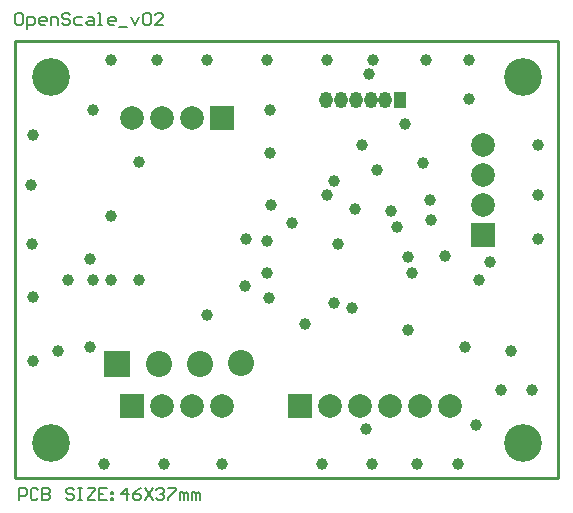
<source format=gbs>
%FSLAX43Y43*%
%MOMM*%
G71*
G01*
G75*
G04 Layer_Color=16711935*
%ADD10R,0.700X1.200*%
%ADD11R,2.050X0.700*%
%ADD12R,2.050X0.500*%
%ADD13O,1.500X0.600*%
%ADD14R,1.500X0.600*%
%ADD15R,1.800X1.300*%
%ADD16O,0.600X1.500*%
%ADD17R,0.600X1.500*%
%ADD18R,0.450X1.075*%
%ADD19R,1.075X0.450*%
%ADD20C,1.000*%
%ADD21R,1.400X1.000*%
%ADD22R,1.000X1.400*%
%ADD23R,1.400X1.000*%
%ADD24R,1.000X1.400*%
%ADD25C,1.000*%
%ADD26C,0.305*%
%ADD27C,0.300*%
%ADD28C,0.500*%
%ADD29C,0.200*%
%ADD30C,0.254*%
%ADD31O,0.900X1.200*%
%ADD32R,0.900X1.200*%
%ADD33C,1.800*%
%ADD34R,1.800X1.800*%
%ADD35R,1.800X1.800*%
%ADD36C,3.000*%
%ADD37C,2.000*%
%ADD38R,2.000X2.000*%
%ADD39C,0.800*%
%ADD40C,0.600*%
%ADD41C,0.250*%
%ADD42C,0.150*%
%ADD43C,0.100*%
%ADD44C,0.152*%
%ADD45R,0.903X1.403*%
%ADD46R,2.253X0.903*%
%ADD47R,2.253X0.703*%
%ADD48O,1.703X0.803*%
%ADD49R,1.703X0.803*%
%ADD50R,2.003X1.503*%
%ADD51O,0.803X1.703*%
%ADD52R,0.803X1.703*%
%ADD53R,0.653X1.278*%
%ADD54R,1.278X0.653*%
%ADD55C,1.203*%
%ADD56R,1.603X1.203*%
%ADD57R,1.203X1.603*%
%ADD58R,1.603X1.203*%
%ADD59R,1.203X1.603*%
%ADD60O,1.103X1.403*%
%ADD61R,1.103X1.403*%
%ADD62C,2.003*%
%ADD63R,2.003X2.003*%
%ADD64R,2.003X2.003*%
%ADD65C,3.203*%
%ADD66C,2.203*%
%ADD67R,2.203X2.203*%
%ADD68C,1.003*%
D29*
X300Y-1800D02*
Y-800D01*
X800D01*
X966Y-967D01*
Y-1300D01*
X800Y-1467D01*
X300D01*
X1966Y-967D02*
X1800Y-800D01*
X1466D01*
X1300Y-967D01*
Y-1633D01*
X1466Y-1800D01*
X1800D01*
X1966Y-1633D01*
X2299Y-800D02*
Y-1800D01*
X2799D01*
X2966Y-1633D01*
Y-1467D01*
X2799Y-1300D01*
X2299D01*
X2799D01*
X2966Y-1134D01*
Y-967D01*
X2799Y-800D01*
X2299D01*
X4965Y-967D02*
X4799Y-800D01*
X4465D01*
X4299Y-967D01*
Y-1134D01*
X4465Y-1300D01*
X4799D01*
X4965Y-1467D01*
Y-1633D01*
X4799Y-1800D01*
X4465D01*
X4299Y-1633D01*
X5298Y-800D02*
X5632D01*
X5465D01*
Y-1800D01*
X5298D01*
X5632D01*
X6131Y-800D02*
X6798D01*
Y-967D01*
X6131Y-1633D01*
Y-1800D01*
X6798D01*
X7798Y-800D02*
X7131D01*
Y-1800D01*
X7798D01*
X7131Y-1300D02*
X7464D01*
X8131Y-1134D02*
X8297D01*
Y-1300D01*
X8131D01*
Y-1134D01*
Y-1633D02*
X8297D01*
Y-1800D01*
X8131D01*
Y-1633D01*
X9464Y-1800D02*
Y-800D01*
X8964Y-1300D01*
X9630D01*
X10630Y-800D02*
X10297Y-967D01*
X9964Y-1300D01*
Y-1633D01*
X10130Y-1800D01*
X10463D01*
X10630Y-1633D01*
Y-1467D01*
X10463Y-1300D01*
X9964D01*
X10963Y-800D02*
X11630Y-1800D01*
Y-800D02*
X10963Y-1800D01*
X11963Y-967D02*
X12130Y-800D01*
X12463D01*
X12629Y-967D01*
Y-1134D01*
X12463Y-1300D01*
X12296D01*
X12463D01*
X12629Y-1467D01*
Y-1633D01*
X12463Y-1800D01*
X12130D01*
X11963Y-1633D01*
X12963Y-800D02*
X13629D01*
Y-967D01*
X12963Y-1633D01*
Y-1800D01*
X13962D02*
Y-1134D01*
X14129D01*
X14295Y-1300D01*
Y-1800D01*
Y-1300D01*
X14462Y-1134D01*
X14629Y-1300D01*
Y-1800D01*
X14962D02*
Y-1134D01*
X15129D01*
X15295Y-1300D01*
Y-1800D01*
Y-1300D01*
X15462Y-1134D01*
X15628Y-1300D01*
Y-1800D01*
X500Y39400D02*
X167D01*
X0Y39233D01*
Y38567D01*
X167Y38400D01*
X500D01*
X666Y38567D01*
Y39233D01*
X500Y39400D01*
X1000Y38067D02*
Y39066D01*
X1500D01*
X1666Y38900D01*
Y38567D01*
X1500Y38400D01*
X1000D01*
X2499D02*
X2166D01*
X1999Y38567D01*
Y38900D01*
X2166Y39066D01*
X2499D01*
X2666Y38900D01*
Y38733D01*
X1999D01*
X2999Y38400D02*
Y39066D01*
X3499D01*
X3665Y38900D01*
Y38400D01*
X4665Y39233D02*
X4499Y39400D01*
X4165D01*
X3999Y39233D01*
Y39066D01*
X4165Y38900D01*
X4499D01*
X4665Y38733D01*
Y38567D01*
X4499Y38400D01*
X4165D01*
X3999Y38567D01*
X5665Y39066D02*
X5165D01*
X4998Y38900D01*
Y38567D01*
X5165Y38400D01*
X5665D01*
X6165Y39066D02*
X6498D01*
X6665Y38900D01*
Y38400D01*
X6165D01*
X5998Y38567D01*
X6165Y38733D01*
X6665D01*
X6998Y38400D02*
X7331D01*
X7164D01*
Y39400D01*
X6998D01*
X8331Y38400D02*
X7997D01*
X7831Y38567D01*
Y38900D01*
X7997Y39066D01*
X8331D01*
X8497Y38900D01*
Y38733D01*
X7831D01*
X8830Y38233D02*
X9497D01*
X9830Y39066D02*
X10163Y38400D01*
X10497Y39066D01*
X10830Y39233D02*
X10996Y39400D01*
X11330D01*
X11496Y39233D01*
Y38567D01*
X11330Y38400D01*
X10996D01*
X10830Y38567D01*
Y39233D01*
X12496Y38400D02*
X11830D01*
X12496Y39066D01*
Y39233D01*
X12329Y39400D01*
X11996D01*
X11830Y39233D01*
D30*
X0Y37000D02*
X46000D01*
Y0D02*
Y37000D01*
X0Y0D02*
X46000D01*
X0D02*
Y37000D01*
D60*
X26339Y32004D02*
D03*
X31339D02*
D03*
X30089D02*
D03*
X28839D02*
D03*
X27589D02*
D03*
D61*
X32589D02*
D03*
D62*
X17526Y6096D02*
D03*
X14986D02*
D03*
X12446D02*
D03*
X39624Y28194D02*
D03*
Y25654D02*
D03*
Y23114D02*
D03*
X26670Y6096D02*
D03*
X29210D02*
D03*
X31750D02*
D03*
X34290D02*
D03*
X36830D02*
D03*
X14986Y30480D02*
D03*
X12446D02*
D03*
X9906D02*
D03*
D63*
X9906Y6096D02*
D03*
X24130Y6096D02*
D03*
X17526Y30480D02*
D03*
D64*
X39624Y20574D02*
D03*
D65*
X3000Y3000D02*
D03*
X43000D02*
D03*
Y34000D02*
D03*
X3000D02*
D03*
D66*
X12136Y9652D02*
D03*
X15636D02*
D03*
X19136Y9752D02*
D03*
D67*
X8636Y9652D02*
D03*
D68*
X30000Y34200D02*
D03*
X33300Y18700D02*
D03*
X6600Y31200D02*
D03*
X1500Y29100D02*
D03*
X44250Y20250D02*
D03*
Y24000D02*
D03*
Y28250D02*
D03*
X19500Y16250D02*
D03*
X17500Y1250D02*
D03*
X37500D02*
D03*
X34000D02*
D03*
X30250D02*
D03*
X26000D02*
D03*
X21500Y15250D02*
D03*
X21300Y17400D02*
D03*
X8100Y22200D02*
D03*
X30600Y26100D02*
D03*
X26400Y24000D02*
D03*
Y35400D02*
D03*
X8100D02*
D03*
X12000D02*
D03*
X16200D02*
D03*
X21300D02*
D03*
X6300Y18600D02*
D03*
X39000Y4500D02*
D03*
X41100Y7500D02*
D03*
X29700Y4200D02*
D03*
X12600Y1200D02*
D03*
X7500D02*
D03*
X29400Y28200D02*
D03*
X19550Y20300D02*
D03*
X24500Y13050D02*
D03*
X1525Y15350D02*
D03*
X21675Y23100D02*
D03*
X21550Y31200D02*
D03*
Y27575D02*
D03*
X10525Y26800D02*
D03*
X38100Y11100D02*
D03*
X8100Y16800D02*
D03*
X6600Y16800D02*
D03*
X16200Y13800D02*
D03*
X3600Y10800D02*
D03*
X33300Y12600D02*
D03*
X34500Y26700D02*
D03*
X35100Y23600D02*
D03*
X33600Y17400D02*
D03*
X27300Y19800D02*
D03*
X21300Y20100D02*
D03*
X36400Y18800D02*
D03*
X28500Y14400D02*
D03*
X32300Y21300D02*
D03*
X35200Y21900D02*
D03*
X27000Y14848D02*
D03*
Y25200D02*
D03*
X31800Y22631D02*
D03*
X28800Y22800D02*
D03*
X39300Y16800D02*
D03*
X40200Y18300D02*
D03*
X33000Y30000D02*
D03*
X1300Y24875D02*
D03*
X1425Y19800D02*
D03*
X1500Y9900D02*
D03*
X4500Y16800D02*
D03*
X10500D02*
D03*
X34800Y35400D02*
D03*
X38400D02*
D03*
Y32100D02*
D03*
X43800Y7500D02*
D03*
X42000Y10800D02*
D03*
X23400Y21600D02*
D03*
X30300Y35400D02*
D03*
X6300Y11100D02*
D03*
M02*

</source>
